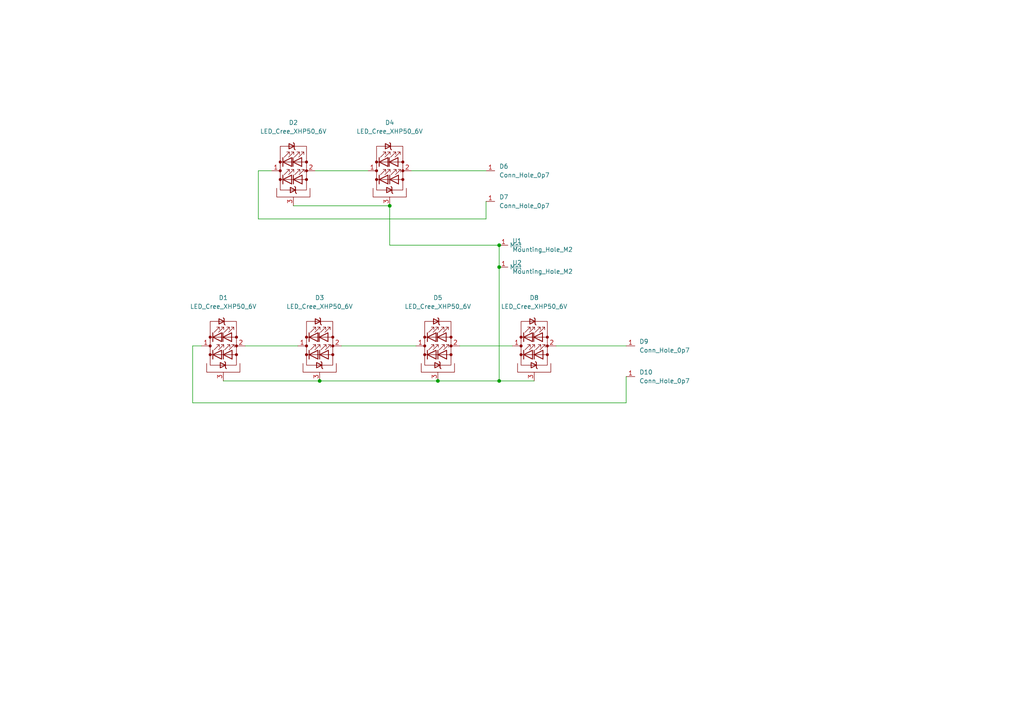
<source format=kicad_sch>
(kicad_sch (version 20211123) (generator eeschema)
  (paper "A4")
  (lib_symbols
    (symbol "Connectors_for_Wire:Conn_Hole_0p7"
      (property "Reference" "D" (at 0 0 0))
      (property "Value" "Conn_Hole_0p7" (at -2.54 2.54 0))
      (symbol "Conn_Hole_0p7_1_1"
        (pin input line (at -2.54 0 0) (length 2.54) (name "") (number "1"))
      )
    )
    (symbol "LED:LED_Cree_XHP50_6V" (pin_names (offset 1.016) hide)
      (property "Reference" "D" (at 0 11.43 0))
      (property "Value" "LED_Cree_XHP50_6V" (at 0 9.525 0))
      (symbol "LED_Cree_XHP50_6V_0_1"
        (circle (center -3.81 -2.54) (radius 0.3556) (fill (type outline)))
        (circle (center -3.81 0) (radius 0.3556) (fill (type outline)))
        (circle (center -3.81 2.54) (radius 0.3556) (fill (type outline)))
        (polyline (pts (xy -3.81 -2.54) (xy 3.81 -2.54)))
        (polyline (pts (xy -3.048 -3.81) (xy -3.048 -1.27)) (stroke (width 0.254)))
        (polyline (pts (xy -3.048 1.27) (xy -3.048 3.81)) (stroke (width 0.254)))
        (polyline (pts (xy -0.127 1.27) (xy -0.127 3.81)) (stroke (width 0.254)))
        (polyline (pts (xy 0 -3.81) (xy 0 -1.27)) (stroke (width 0.254)))
        (polyline (pts (xy 3.81 2.54) (xy -3.81 2.54)))
        (polyline (pts (xy -4.826 -5.08) (xy -4.826 -7.62) (xy 4.826 -7.62) (xy 4.826 -5.08)))
        (polyline (pts (xy -0.508 -3.81) (xy -0.508 -1.27) (xy -3.048 -2.54) (xy -0.508 -3.81)) (stroke (width 0.254)))
        (polyline (pts (xy -0.508 1.27) (xy -0.508 3.81) (xy -3.048 2.54) (xy -0.508 1.27)) (stroke (width 0.254)))
        (polyline (pts (xy 0.508 6.096) (xy 0.254 6.35) (xy 0.254 7.874) (xy 0 8.128)) (stroke (width 0.254)))
        (polyline (pts (xy 0.889 -6.604) (xy 0.635 -6.35) (xy 0.635 -4.826) (xy 0.381 -4.572)) (stroke (width 0.254)))
        (polyline (pts (xy 2.413 1.27) (xy 2.413 3.81) (xy -0.127 2.54) (xy 2.413 1.27)) (stroke (width 0.254)))
        (polyline (pts (xy 2.54 -3.81) (xy 2.54 -1.27) (xy 0 -2.54) (xy 2.54 -3.81)) (stroke (width 0.254)))
        (polyline (pts (xy -3.81 -5.588) (xy -3.81 7.112) (xy 3.81 7.112) (xy 3.81 -5.588) (xy -3.81 -5.588)))
        (polyline (pts (xy -2.667 -1.143) (xy -1.143 0.381) (xy -1.905 0.381) (xy -1.143 0.381) (xy -1.143 -0.381)))
        (polyline (pts (xy -2.667 3.937) (xy -1.143 5.461) (xy -1.905 5.461) (xy -1.143 5.461) (xy -1.143 4.699)))
        (polyline (pts (xy -1.397 -1.143) (xy 0.127 0.381) (xy -0.635 0.381) (xy 0.127 0.381) (xy 0.127 -0.381)))
        (polyline (pts (xy -1.397 3.937) (xy 0.127 5.461) (xy -0.635 5.461) (xy 0.127 5.461) (xy 0.127 4.699)))
        (polyline (pts (xy -1.27 6.35) (xy -1.27 7.874) (xy 0.254 7.112) (xy -1.27 6.35) (xy -1.27 6.604)) (stroke (width 0.254)))
        (polyline (pts (xy -0.889 -6.35) (xy -0.889 -4.826) (xy 0.635 -5.588) (xy -0.889 -6.35) (xy -0.889 -6.096)) (stroke (width 0.254)))
        (polyline (pts (xy 0.254 3.937) (xy 1.778 5.461) (xy 1.016 5.461) (xy 1.778 5.461) (xy 1.778 4.699)))
        (polyline (pts (xy 0.381 -1.143) (xy 1.905 0.381) (xy 1.143 0.381) (xy 1.905 0.381) (xy 1.905 -0.381)))
        (polyline (pts (xy 1.524 3.937) (xy 3.048 5.461) (xy 2.286 5.461) (xy 3.048 5.461) (xy 3.048 4.699)))
        (polyline (pts (xy 1.651 -1.143) (xy 3.175 0.381) (xy 2.413 0.381) (xy 3.175 0.381) (xy 3.175 -0.381)))
        (circle (center 3.81 -2.54) (radius 0.3556) (fill (type outline)))
        (circle (center 3.81 0) (radius 0.3556) (fill (type outline)))
        (circle (center 3.81 2.54) (radius 0.3556) (fill (type outline)))
      )
      (symbol "LED_Cree_XHP50_6V_1_1"
        (pin passive line (at -6.35 0 0) (length 2.54) (name "K") (number "1"))
        (pin passive line (at 6.35 0 180) (length 2.54) (name "A") (number "2"))
        (pin passive line (at 0 -10.16 90) (length 2.54) (name "PAD") (number "3"))
      )
    )
    (symbol "Mounting_Holes:Mounting_Hole_M2"
      (property "Reference" "U" (at 0 -1.27 0))
      (property "Value" "Mounting_Hole_M2" (at 0 2.54 0))
      (symbol "Mounting_Hole_M2_1_1"
        (pin input line (at -2.54 0 0) (length 2.54) (name "Mnt") (number "1"))
      )
    )
  )
  (junction (at 144.78 77.47))
  (junction (at 127 110.49))
  (junction (at 144.78 71.12))
  (junction (at 144.78 110.49))
  (junction (at 92.71 110.49))
  (junction (at 113.03 59.69))
  (wire (pts (xy 55.88 100.33) (xy 55.88 116.84)))
  (wire (pts (xy 64.77 110.49) (xy 92.71 110.49)))
  (wire (pts (xy 127 110.49) (xy 144.78 110.49)))
  (wire (pts (xy 144.78 77.47) (xy 144.78 110.49)))
  (wire (pts (xy 78.74 49.53) (xy 74.93 49.53)))
  (wire (pts (xy 58.42 100.33) (xy 55.88 100.33)))
  (wire (pts (xy 119.38 49.53) (xy 140.97 49.53)))
  (wire (pts (xy 144.78 110.49) (xy 154.94 110.49)))
  (wire (pts (xy 85.09 59.69) (xy 113.03 59.69)))
  (wire (pts (xy 140.97 58.42) (xy 140.97 63.5)))
  (wire (pts (xy 74.93 63.5) (xy 140.97 63.5)))
  (wire (pts (xy 71.12 100.33) (xy 86.36 100.33)))
  (wire (pts (xy 74.93 49.53) (xy 74.93 63.5)))
  (wire (pts (xy 99.06 100.33) (xy 120.65 100.33)))
  (wire (pts (xy 55.88 116.84) (xy 181.61 116.84)))
  (wire (pts (xy 91.44 49.53) (xy 106.68 49.53)))
  (wire (pts (xy 161.29 100.33) (xy 181.61 100.33)))
  (wire (pts (xy 92.71 110.49) (xy 127 110.49)))
  (wire (pts (xy 181.61 116.84) (xy 181.61 109.22)))
  (wire (pts (xy 144.78 71.12) (xy 113.03 71.12)))
  (wire (pts (xy 113.03 71.12) (xy 113.03 59.69)))
  (wire (pts (xy 144.78 71.12) (xy 144.78 77.47)))
  (wire (pts (xy 133.35 100.33) (xy 148.59 100.33)))
  (symbol (lib_id "LED:LED_Cree_XHP50_6V") (at 127 100.33 0) (unit 1)
    (property "Reference" "D5" (at 127 86.36 0))
    (property "Value" "LED_Cree_XHP50_6V" (at 127 88.9 0))
    (property "Footprint" "LED:LED_Cree-XHP35" (effects hide))
    (property "Datasheet" "http://www.cree.com/%7E/media/Files/Cree/LED%20Components%20and%20Modules/XLamp/Data%20and%20Binning/ds%20XHP50.pdf" (effects hide))
  )
  (symbol (lib_id "Connectors_for_Wire:Conn_Hole_0p7") (at 184.15 109.22 0) (unit 1)
    (property "Reference" "D10" (at 185.42 107.9499 0) (effects (justify left)))
    (property "Value" "Conn_Hole_0p7" (at 185.42 110.4899 0) (effects (justify left)))
    (property "Footprint" "Wire_holes:WireHole_0p7" (effects hide))
  )
  (symbol (lib_id "Mounting_Holes:Mounting_Hole_M2") (at 147.32 71.12 0) (unit 1)
    (property "Reference" "U1" (at 148.59 69.8499 0) (effects (justify left)))
    (property "Value" "Mounting_Hole_M2" (at 148.59 72.3899 0) (effects (justify left)))
    (property "Footprint" "mount_holes:Hole_screw_M1p2" (effects hide))
  )
  (symbol (lib_id "LED:LED_Cree_XHP50_6V") (at 92.71 100.33 0) (unit 1)
    (property "Reference" "D3" (at 92.71 86.36 0))
    (property "Value" "LED_Cree_XHP50_6V" (at 92.71 88.9 0))
    (property "Footprint" "LED:LED_Cree-XHP35" (effects hide))
    (property "Datasheet" "http://www.cree.com/%7E/media/Files/Cree/LED%20Components%20and%20Modules/XLamp/Data%20and%20Binning/ds%20XHP50.pdf" (effects hide))
  )
  (symbol (lib_id "LED:LED_Cree_XHP50_6V") (at 113.03 49.53 0) (unit 1)
    (property "Reference" "D4" (at 113.03 35.56 0))
    (property "Value" "LED_Cree_XHP50_6V" (at 113.03 38.1 0))
    (property "Footprint" "LED:LED_Cree-XHP35" (effects hide))
    (property "Datasheet" "http://www.cree.com/%7E/media/Files/Cree/LED%20Components%20and%20Modules/XLamp/Data%20and%20Binning/ds%20XHP50.pdf" (effects hide))
  )
  (symbol (lib_id "LED:LED_Cree_XHP50_6V") (at 154.94 100.33 0) (unit 1)
    (property "Reference" "D8" (at 154.94 86.36 0))
    (property "Value" "LED_Cree_XHP50_6V" (at 154.94 88.9 0))
    (property "Footprint" "LED:LED_Cree-XHP35" (effects hide))
    (property "Datasheet" "http://www.cree.com/%7E/media/Files/Cree/LED%20Components%20and%20Modules/XLamp/Data%20and%20Binning/ds%20XHP50.pdf" (effects hide))
  )
  (symbol (lib_id "LED:LED_Cree_XHP50_6V") (at 64.77 100.33 0) (unit 1)
    (property "Reference" "D1" (at 64.77 86.36 0))
    (property "Value" "LED_Cree_XHP50_6V" (at 64.77 88.9 0))
    (property "Footprint" "LED:LED_Cree-XHP35" (effects hide))
    (property "Datasheet" "http://www.cree.com/%7E/media/Files/Cree/LED%20Components%20and%20Modules/XLamp/Data%20and%20Binning/ds%20XHP50.pdf" (effects hide))
  )
  (symbol (lib_id "Connectors_for_Wire:Conn_Hole_0p7") (at 184.15 100.33 0) (unit 1)
    (property "Reference" "D9" (at 185.42 99.0599 0) (effects (justify left)))
    (property "Value" "Conn_Hole_0p7" (at 185.42 101.5999 0) (effects (justify left)))
    (property "Footprint" "Wire_holes:WireHole_0p7" (effects hide))
  )
  (symbol (lib_id "Mounting_Holes:Mounting_Hole_M2") (at 147.32 77.47 0) (unit 1)
    (property "Reference" "U2" (at 148.59 76.1999 0) (effects (justify left)))
    (property "Value" "Mounting_Hole_M2" (at 148.59 78.7399 0) (effects (justify left)))
    (property "Footprint" "mount_holes:Hole_screw_M1p2" (effects hide))
  )
  (symbol (lib_id "LED:LED_Cree_XHP50_6V") (at 85.09 49.53 0) (unit 1)
    (property "Reference" "D2" (at 85.09 35.56 0))
    (property "Value" "LED_Cree_XHP50_6V" (at 85.09 38.1 0))
    (property "Footprint" "LED:LED_Cree-XHP35" (effects hide))
    (property "Datasheet" "http://www.cree.com/%7E/media/Files/Cree/LED%20Components%20and%20Modules/XLamp/Data%20and%20Binning/ds%20XHP50.pdf" (effects hide))
  )
  (symbol (lib_id "Connectors_for_Wire:Conn_Hole_0p7") (at 143.51 58.42 0) (unit 1)
    (property "Reference" "D7" (at 144.78 57.1499 0) (effects (justify left)))
    (property "Value" "Conn_Hole_0p7" (at 144.78 59.6899 0) (effects (justify left)))
    (property "Footprint" "Wire_holes:WireHole_0p7" (effects hide))
  )
  (symbol (lib_id "Connectors_for_Wire:Conn_Hole_0p7") (at 143.51 49.53 0) (unit 1)
    (property "Reference" "D6" (at 144.78 48.2599 0) (effects (justify left)))
    (property "Value" "Conn_Hole_0p7" (at 144.78 50.7999 0) (effects (justify left)))
    (property "Footprint" "Wire_holes:WireHole_0p7" (effects hide))
  )
)
</source>
